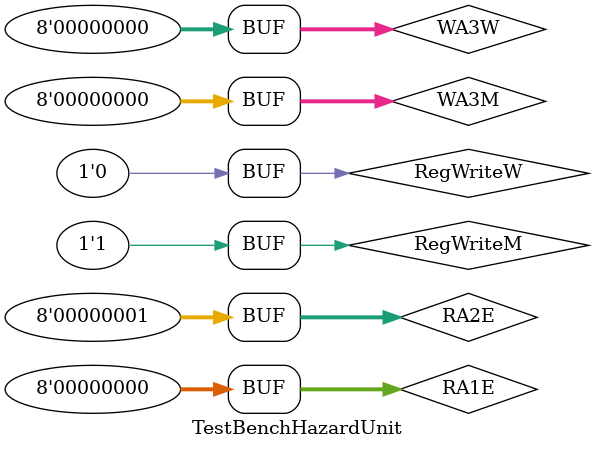
<source format=sv>
module TestBenchHazardUnit();

    logic [7:0] RA1E;
    logic [7:0] RA2E;
    logic [7:0] WA3M;
    logic [7:0] WA3W;
    logic RegWriteM;
    logic RegWriteW;
    logic [1:0] ForwardAE;
    logic [1:0] ForwardBE;
    logic [7:0] RA1D;
    logic [7:0] RA2D;
    logic [7:0] WA3E;
    logic MemtoRegE;
    logic StallF;
    logic StallD;
    logic FlushE;
	 logic FlushD;
	 


	HazardUnit  hazardunit(RA1E,RA2E,WA3M,WA3W,RegWriteM,RegWriteW, ForwardAE,ForwardBE,RA1D,RA2D,WA3E,MemtoRegE,StallF,StallD,FlushE,FlushD);
	 
	initial begin 

    //SrcA
	 
    //Caso 1 
    RA1E = 4'b0;
    RA2E = 4'b0;
    WA3M = 4'b0;
    WA3W = 4'b0;
    RegWriteM = 1;
    RegWriteW = 0;
    #5; 

    if(ForwardAE == 2'b10) begin
           $display("Caso 1 Exitoso");
            
    end 
    else begin 
           $display("Caso 2 Falló");
            
    end

    //Case 2
    RA1E = 4'b01;
    RA2E = 4'b0;
    WA3M = 4'b0;
    WA3W = 4'b0;
    RegWriteM = 0;
    RegWriteW = 1;
    #5; 

    if(ForwardAE == 2'b01) begin
            $display("Caso 2 exitoso");
            
    end 
    else begin 
            $display("Caso 2 falló con éxito xD");
            
    end

    //Case 3 
    RA1E = 4'b1;
    RA2E = 4'b0;
    WA3M = 4'b0;
    WA3W = 4'b0;
    RegWriteM = 1;
    RegWriteW = 0;
    #5; 

    if(ForwardAE == 2'b00) begin
            $display("Caso 3 Exitoso");
           
    end 
    else begin 
            $display("Test Failed");
            
    end

    //Forwarding SrcB

    RA1E = 4'b0;
    RA2E = 4'b0;
    WA3M = 4'b0;
    WA3W = 4'b0;
    RegWriteM = 1;
    RegWriteW = 0;
    #5; 

     if(ForwardBE == 2'b10) begin
            $display("Fordward succeeded");
            
    end 
    else begin 
            $display("Fordward failed");
            
    end

    RA1E = 4'b0;
    RA2E = 4'b1;
    WA3M = 4'b1;
    WA3W = 4'b0;
    RegWriteM = 1;
    #5; 

    if(ForwardBE == 2'b01) begin
            $display("Fordward succeeded");
           
    end 
    else begin 
            $display("Fordward failed");
            
    end

    RA1E = 4'b0;
    RA2E = 4'b1;
    WA3M = 4'b0;
    WA3W = 4'b0;
    RegWriteM = 1;
	 RegWriteW = 0;
    #5; 

    if(ForwardBE == 2'b00) begin
            $display("Fordward succeeded");
    end 
    else begin 
            $display("Test Failed");
    end

    
    end 

endmodule 
</source>
